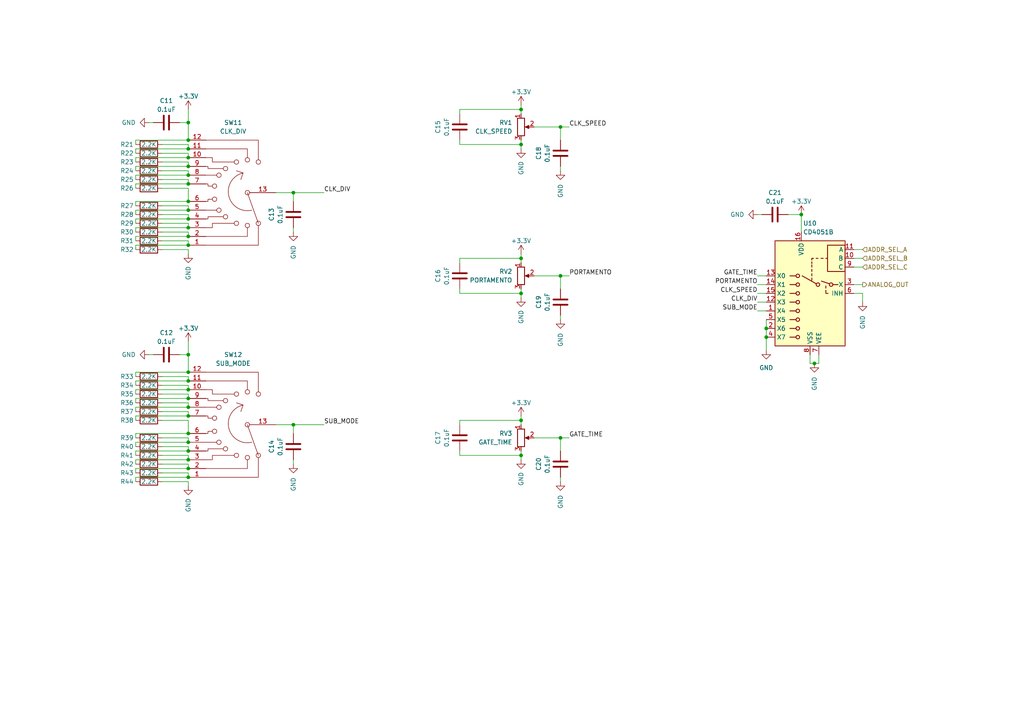
<source format=kicad_sch>
(kicad_sch (version 20211123) (generator eeschema)
  (paper "A4")
  (title_block (title "Analog Input") (rev "1"))
  (lib_symbols
    (symbol "Analog_Switch:CD4051B"
      (property "Reference" "U" (at -10.16 16.51 0))
      (property "Value" "CD4051B" (at 3.81 16.51 0))
      (symbol "CD4051B_0_1"
        (rectangle (start -10.16 6.35) (end -5.08 13.97) (stroke (width 0.254)))
        (rectangle (start -10.16 15.24) (end 10.16 -15.24) (stroke (width 0.254)) (fill (type background)))
        (circle (center -6.096 2.54) (radius 0.508) (stroke (width 0.254)))
        (circle (center -2.286 2.54) (radius 0.508) (stroke (width 0.254)))
        (polyline (pts (xy -8.128 2.54) (xy -6.604 2.54)) (stroke (width 0.254)))
        (polyline (pts (xy -5.588 2.794) (xy -3.302 3.556)) (stroke (width 0.254)))
        (polyline (pts (xy -4.572 0) (xy -5.207 0)) (stroke (width 0.254)))
        (polyline (pts (xy -4.572 0.254) (xy -4.572 0.889)) (stroke (width 0.254)))
        (polyline (pts (xy -4.572 1.524) (xy -4.572 2.159)) (stroke (width 0.254)))
        (polyline (pts (xy -4.572 10.16) (xy -5.08 10.16)) (stroke (width 0.254)))
        (polyline (pts (xy -3.81 10.16) (xy -3.175 10.16)) (stroke (width 0.254)))
        (polyline (pts (xy -1.778 2.794) (xy 2.286 5.08)) (stroke (width 0.254)))
        (polyline (pts (xy -1.778 10.16) (xy -2.286 10.16)) (stroke (width 0.254)))
        (polyline (pts (xy -0.508 3.81) (xy -0.508 4.445)) (stroke (width 0.254)))
        (polyline (pts (xy -0.508 5.08) (xy -0.508 5.715)) (stroke (width 0.254)))
        (polyline (pts (xy -0.508 6.35) (xy -0.508 6.985)) (stroke (width 0.254)))
        (polyline (pts (xy -0.508 7.62) (xy -0.508 8.255)) (stroke (width 0.254)))
        (polyline (pts (xy -0.508 8.636) (xy -0.508 9.144)) (stroke (width 0.254)))
        (polyline (pts (xy -0.508 9.652) (xy -0.508 10.16)) (stroke (width 0.254)))
        (polyline (pts (xy -0.508 10.16) (xy -1.016 10.16)) (stroke (width 0.254)))
        (polyline (pts (xy 4.064 -12.7) (xy 5.842 -12.7)) (stroke (width 0.254)))
        (polyline (pts (xy 4.064 -10.16) (xy 5.842 -10.16)) (stroke (width 0.254)))
        (polyline (pts (xy 4.064 -7.62) (xy 5.842 -7.62)) (stroke (width 0.254)))
        (polyline (pts (xy 4.064 -5.08) (xy 5.842 -5.08)) (stroke (width 0.254)))
        (polyline (pts (xy 4.064 -2.54) (xy 5.842 -2.54)) (stroke (width 0.254)))
        (polyline (pts (xy 4.064 0) (xy 5.842 0)) (stroke (width 0.254)))
        (polyline (pts (xy 4.064 2.54) (xy 5.842 2.54)) (stroke (width 0.254)))
        (polyline (pts (xy 4.064 5.08) (xy 5.842 5.08)) (stroke (width 0.254)))
        (circle (center 3.556 -12.7) (radius 0.508) (stroke (width 0.254)))
        (circle (center 3.556 -10.16) (radius 0.508) (stroke (width 0.254)))
        (circle (center 3.556 -7.62) (radius 0.508) (stroke (width 0.254)))
        (circle (center 3.556 -5.08) (radius 0.508) (stroke (width 0.254)))
        (circle (center 3.556 -2.54) (radius 0.508) (stroke (width 0.254)))
        (circle (center 3.556 0) (radius 0.508) (stroke (width 0.254)))
        (circle (center 3.556 2.54) (radius 0.508) (stroke (width 0.254)))
        (circle (center 3.556 5.08) (radius 0.508) (stroke (width 0.254)))
      )
      (symbol "CD4051B_1_1"
        (pin bidirectional line (at 12.7 -5.08 180) (length 2.54) (name "X4") (number "1"))
        (pin input line (at -12.7 10.16 0) (length 2.54) (name "B") (number "10"))
        (pin input line (at -12.7 12.7 0) (length 2.54) (name "A") (number "11"))
        (pin bidirectional line (at 12.7 -2.54 180) (length 2.54) (name "X3") (number "12"))
        (pin bidirectional line (at 12.7 5.08 180) (length 2.54) (name "X0") (number "13"))
        (pin bidirectional line (at 12.7 2.54 180) (length 2.54) (name "X1") (number "14"))
        (pin bidirectional line (at 12.7 0 180) (length 2.54) (name "X2") (number "15"))
        (pin power_in line (at 2.54 17.78 270) (length 2.54) (name "VDD") (number "16"))
        (pin bidirectional line (at 12.7 -10.16 180) (length 2.54) (name "X6") (number "2"))
        (pin bidirectional line (at -12.7 2.54 0) (length 2.54) (name "X") (number "3"))
        (pin bidirectional line (at 12.7 -12.7 180) (length 2.54) (name "X7") (number "4"))
        (pin bidirectional line (at 12.7 -7.62 180) (length 2.54) (name "X5") (number "5"))
        (pin input line (at -12.7 0 0) (length 2.54) (name "INH") (number "6"))
        (pin power_in line (at -2.54 -17.78 90) (length 2.54) (name "VEE") (number "7"))
        (pin power_in line (at 0 -17.78 90) (length 2.54) (name "VSS") (number "8"))
        (pin input line (at -12.7 7.62 0) (length 2.54) (name "C") (number "9"))
      )
    )
    (symbol "Device:C" (pin_numbers hide) (pin_names (offset 0.254))
      (property "Reference" "C" (at 0.635 2.54 0))
      (property "Value" "C" (at 0.635 -2.54 0))
      (symbol "C_0_1"
        (polyline (pts (xy -2.032 -0.762) (xy 2.032 -0.762)) (stroke (width 0.508)))
        (polyline (pts (xy -2.032 0.762) (xy 2.032 0.762)) (stroke (width 0.508)))
      )
      (symbol "C_1_1"
        (pin passive line (at 0 3.81 270) (length 2.794) (name "~") (number "1"))
        (pin passive line (at 0 -3.81 90) (length 2.794) (name "~") (number "2"))
      )
    )
    (symbol "Device:R" (pin_numbers hide) (pin_names (offset 0))
      (property "Reference" "R" (at 2.032 0 90))
      (property "Value" "R" (at 0 0 90))
      (symbol "R_0_1"
        (rectangle (start -1.016 -2.54) (end 1.016 2.54) (stroke (width 0.254)))
      )
      (symbol "R_1_1"
        (pin passive line (at 0 3.81 270) (length 1.27) (name "~") (number "1"))
        (pin passive line (at 0 -3.81 90) (length 1.27) (name "~") (number "2"))
      )
    )
    (symbol "Device:R_Potentiometer" (pin_names (offset 1.016) hide)
      (property "Reference" "RV" (at -4.445 0 90))
      (property "Value" "R_Potentiometer" (at -2.54 0 90))
      (symbol "R_Potentiometer_0_1"
        (polyline (pts (xy 2.54 0) (xy 1.524 0)))
        (polyline (pts (xy 1.143 0) (xy 2.286 0.508) (xy 2.286 -0.508) (xy 1.143 0)) (fill (type outline)))
        (rectangle (start 1.016 2.54) (end -1.016 -2.54) (stroke (width 0.254)))
      )
      (symbol "R_Potentiometer_1_1"
        (pin passive line (at 0 3.81 270) (length 1.27) (name "1") (number "1"))
        (pin passive line (at 3.81 0 180) (length 1.27) (name "2") (number "2"))
        (pin passive line (at 0 -3.81 90) (length 1.27) (name "3") (number "3"))
      )
    )
    (symbol "Switch:SW_Rotary12" (pin_names (offset 1.016) hide)
      (property "Reference" "SW" (at 0 17.78 0))
      (property "Value" "SW_Rotary12" (at 0 -17.78 0))
      (symbol "SW_Rotary12_0_0"
        (circle (center -10.16 -8.89) (radius 0.635))
        (circle (center -10.16 8.89) (radius 0.635))
        (circle (center -6.985 -9.525) (radius 0.635))
        (circle (center -6.985 0) (radius 0.635))
        (circle (center -6.985 9.525) (radius 0.635))
        (arc (start -5.715 -5.715) (mid -1.5995 0.937) (end -8.255 5.08))
        (circle (center -3.81 -8.89) (radius 0.635))
        (circle (center -3.81 8.89) (radius 0.635))
        (circle (center -0.635 -6.985) (radius 0.635))
        (circle (center -0.635 6.985) (radius 0.635))
        (polyline (pts (xy -6.985 0) (xy -10.16 8.89)))
        (polyline (pts (xy -5.715 -5.715) (xy -5.08 -3.81)))
        (polyline (pts (xy -5.715 -5.715) (xy -3.81 -6.35)))
        (polyline (pts (xy 1.905 -5.08) (xy 5.08 -5.08)))
        (polyline (pts (xy 1.905 5.08) (xy 5.08 5.08)))
        (polyline (pts (xy -10.16 -9.525) (xy -10.16 -15.24) (xy 5.08 -15.24)))
        (polyline (pts (xy -10.16 9.525) (xy -10.16 15.24) (xy 5.08 15.24)))
        (polyline (pts (xy -6.985 -10.16) (xy -6.985 -12.7) (xy 5.08 -12.7)))
        (polyline (pts (xy -6.985 10.16) (xy -6.985 12.7) (xy 5.08 12.7)))
        (polyline (pts (xy -3.175 -8.89) (xy 3.175 -8.89) (xy 3.175 -10.16) (xy 5.08 -10.16)))
        (polyline (pts (xy -3.175 8.89) (xy 3.175 8.89) (xy 3.175 10.16) (xy 5.08 10.16)))
        (polyline (pts (xy 0 -6.985) (xy 4.445 -6.985) (xy 4.445 -7.62) (xy 5.08 -7.62)))
        (polyline (pts (xy 0 6.985) (xy 4.445 6.985) (xy 4.445 7.62) (xy 5.08 7.62)))
        (polyline (pts (xy 3.175 -1.905) (xy 4.445 -1.905) (xy 4.445 -2.54) (xy 5.08 -2.54)))
        (polyline (pts (xy 3.175 1.905) (xy 4.445 1.905) (xy 4.445 2.54) (xy 5.08 2.54)))
        (circle (center 1.27 -5.08) (radius 0.635))
        (circle (center 1.27 5.08) (radius 0.635))
        (circle (center 2.54 -1.905) (radius 0.635))
        (circle (center 2.54 1.905) (radius 0.635))
      )
      (symbol "SW_Rotary12_0_1"
        (pin passive line (at 10.16 15.24 180) (length 5.08) (name "1") (number "1"))
        (pin passive line (at 10.16 -10.16 180) (length 5.08) (name "10") (number "10"))
        (pin passive line (at 10.16 -12.7 180) (length 5.08) (name "11") (number "11"))
        (pin passive line (at 10.16 -15.24 180) (length 5.08) (name "12") (number "12"))
        (pin passive line (at -15.24 0 0) (length 7.62) (name "13") (number "13"))
        (pin passive line (at 10.16 12.7 180) (length 5.08) (name "2") (number "2"))
        (pin passive line (at 10.16 10.16 180) (length 5.08) (name "3") (number "3"))
        (pin passive line (at 10.16 7.62 180) (length 5.08) (name "4") (number "4"))
        (pin passive line (at 10.16 5.08 180) (length 5.08) (name "5") (number "5"))
        (pin passive line (at 10.16 2.54 180) (length 5.08) (name "6") (number "6"))
        (pin passive line (at 10.16 -2.54 180) (length 5.08) (name "7") (number "7"))
        (pin passive line (at 10.16 -5.08 180) (length 5.08) (name "8") (number "8"))
        (pin passive line (at 10.16 -7.62 180) (length 5.08) (name "9") (number "9"))
      )
    )
    (symbol "power:+3.3V" (power) (pin_names (offset 0))
      (property "Value" "+3.3V" (at 0 3.556 0))
      (symbol "+3.3V_0_1"
        (polyline (pts (xy -0.762 1.27) (xy 0 2.54)))
        (polyline (pts (xy 0 0) (xy 0 2.54)))
        (polyline (pts (xy 0 2.54) (xy 0.762 1.27)))
      )
      (symbol "+3.3V_1_1"
        (pin power_in line (at 0 0 90) (length 0) hide (name "+3.3V") (number "1"))
      )
    )
    (symbol "power:GND" (power) (pin_names (offset 0))
      (property "Value" "GND" (at 0 -3.81 0))
      (symbol "GND_0_1"
        (polyline (pts (xy 0 0) (xy 0 -1.27) (xy 1.27 -1.27) (xy 0 -2.54) (xy -1.27 -1.27) (xy 0 -1.27)))
      )
      (symbol "GND_1_1"
        (pin power_in line (at 0 0 270) (length 0) hide (name "GND") (number "1"))
      )
    )
  )
  (junction (at 54.61 113.03))
  (junction (at 54.61 135.89))
  (junction (at 162.56 36.83))
  (junction (at 54.61 43.18))
  (junction (at 54.61 53.34))
  (junction (at 54.61 120.65))
  (junction (at 232.41 62.23))
  (junction (at 151.13 41.91))
  (junction (at 54.61 138.43))
  (junction (at 54.61 50.8))
  (junction (at 54.61 125.73))
  (junction (at 162.56 127))
  (junction (at 222.25 97.79))
  (junction (at 54.61 66.04))
  (junction (at 222.25 95.25))
  (junction (at 151.13 132.08))
  (junction (at 54.61 102.87))
  (junction (at 54.61 68.58))
  (junction (at 151.13 31.75))
  (junction (at 54.61 133.35))
  (junction (at 54.61 45.72))
  (junction (at 54.61 107.95))
  (junction (at 151.13 74.93))
  (junction (at 54.61 118.11))
  (junction (at 54.61 128.27))
  (junction (at 236.22 105.41))
  (junction (at 162.56 80.01))
  (junction (at 54.61 115.57))
  (junction (at 85.09 123.19))
  (junction (at 54.61 48.26))
  (junction (at 54.61 63.5))
  (junction (at 54.61 40.64))
  (junction (at 85.09 55.88))
  (junction (at 151.13 85.09))
  (junction (at 54.61 60.96))
  (junction (at 54.61 71.12))
  (junction (at 151.13 121.92))
  (junction (at 54.61 58.42))
  (junction (at 54.61 110.49))
  (junction (at 54.61 130.81))
  (junction (at 54.61 35.56))
  (wire (pts (xy 151.13 41.91) (xy 151.13 43.18)))
  (wire (pts (xy 151.13 31.75) (xy 151.13 33.02)))
  (wire (pts (xy 133.35 41.91) (xy 151.13 41.91)))
  (wire (pts (xy 54.61 133.35) (xy 39.37 133.35)))
  (wire (pts (xy 39.37 107.95) (xy 39.37 109.22)))
  (wire (pts (xy 46.99 69.85) (xy 54.61 69.85)))
  (wire (pts (xy 54.61 49.53) (xy 54.61 50.8)))
  (wire (pts (xy 247.65 82.55) (xy 250.19 82.55)))
  (wire (pts (xy 46.99 116.84) (xy 54.61 116.84)))
  (wire (pts (xy 222.25 97.79) (xy 222.25 101.6)))
  (wire (pts (xy 54.61 43.18) (xy 39.37 43.18)))
  (wire (pts (xy 54.61 66.04) (xy 39.37 66.04)))
  (wire (pts (xy 162.56 83.82) (xy 162.56 80.01)))
  (wire (pts (xy 151.13 74.93) (xy 151.13 76.2)))
  (wire (pts (xy 151.13 121.92) (xy 151.13 123.19)))
  (wire (pts (xy 39.37 113.03) (xy 39.37 114.3)))
  (wire (pts (xy 54.61 137.16) (xy 54.61 138.43)))
  (wire (pts (xy 46.99 119.38) (xy 54.61 119.38)))
  (wire (pts (xy 46.99 132.08) (xy 54.61 132.08)))
  (wire (pts (xy 54.61 116.84) (xy 54.61 118.11)))
  (wire (pts (xy 222.25 92.71) (xy 222.25 95.25)))
  (wire (pts (xy 39.37 66.04) (xy 39.37 67.31)))
  (wire (pts (xy 54.61 64.77) (xy 54.61 66.04)))
  (wire (pts (xy 46.99 52.07) (xy 54.61 52.07)))
  (wire (pts (xy 54.61 35.56) (xy 54.61 40.64)))
  (wire (pts (xy 219.71 80.01) (xy 222.25 80.01)))
  (wire (pts (xy 219.71 62.23) (xy 220.98 62.23)))
  (wire (pts (xy 52.07 35.56) (xy 54.61 35.56)))
  (wire (pts (xy 39.37 68.58) (xy 39.37 69.85)))
  (wire (pts (xy 162.56 139.7) (xy 162.56 138.43)))
  (wire (pts (xy 46.99 46.99) (xy 54.61 46.99)))
  (wire (pts (xy 162.56 40.64) (xy 162.56 36.83)))
  (wire (pts (xy 46.99 121.92) (xy 54.61 121.92)))
  (wire (pts (xy 54.61 118.11) (xy 39.37 118.11)))
  (wire (pts (xy 46.99 111.76) (xy 54.61 111.76)))
  (wire (pts (xy 39.37 125.73) (xy 39.37 127)))
  (wire (pts (xy 46.99 49.53) (xy 54.61 49.53)))
  (wire (pts (xy 247.65 72.39) (xy 250.19 72.39)))
  (wire (pts (xy 39.37 133.35) (xy 39.37 134.62)))
  (wire (pts (xy 46.99 67.31) (xy 54.61 67.31)))
  (wire (pts (xy 54.61 45.72) (xy 39.37 45.72)))
  (wire (pts (xy 162.56 127) (xy 165.1 127)))
  (wire (pts (xy 151.13 73.66) (xy 151.13 74.93)))
  (wire (pts (xy 46.99 129.54) (xy 54.61 129.54)))
  (wire (pts (xy 219.71 82.55) (xy 222.25 82.55)))
  (wire (pts (xy 39.37 71.12) (xy 39.37 72.39)))
  (wire (pts (xy 151.13 120.65) (xy 151.13 121.92)))
  (wire (pts (xy 54.61 130.81) (xy 39.37 130.81)))
  (wire (pts (xy 39.37 135.89) (xy 39.37 137.16)))
  (wire (pts (xy 54.61 67.31) (xy 54.61 68.58)))
  (wire (pts (xy 39.37 118.11) (xy 39.37 119.38)))
  (wire (pts (xy 39.37 58.42) (xy 39.37 59.69)))
  (wire (pts (xy 85.09 55.88) (xy 85.09 58.42)))
  (wire (pts (xy 154.94 36.83) (xy 162.56 36.83)))
  (wire (pts (xy 46.99 109.22) (xy 54.61 109.22)))
  (wire (pts (xy 151.13 130.81) (xy 151.13 132.08)))
  (wire (pts (xy 39.37 107.95) (xy 54.61 107.95)))
  (wire (pts (xy 162.56 36.83) (xy 165.1 36.83)))
  (wire (pts (xy 54.61 54.61) (xy 54.61 58.42)))
  (wire (pts (xy 237.49 105.41) (xy 237.49 102.87)))
  (wire (pts (xy 219.71 85.09) (xy 222.25 85.09)))
  (wire (pts (xy 54.61 50.8) (xy 39.37 50.8)))
  (wire (pts (xy 54.61 128.27) (xy 39.37 128.27)))
  (wire (pts (xy 54.61 62.23) (xy 54.61 63.5)))
  (wire (pts (xy 52.07 102.87) (xy 54.61 102.87)))
  (wire (pts (xy 54.61 121.92) (xy 54.61 125.73)))
  (wire (pts (xy 54.61 111.76) (xy 54.61 113.03)))
  (wire (pts (xy 39.37 48.26) (xy 39.37 49.53)))
  (wire (pts (xy 39.37 40.64) (xy 54.61 40.64)))
  (wire (pts (xy 39.37 115.57) (xy 39.37 116.84)))
  (wire (pts (xy 162.56 49.53) (xy 162.56 48.26)))
  (wire (pts (xy 133.35 85.09) (xy 151.13 85.09)))
  (wire (pts (xy 54.61 110.49) (xy 39.37 110.49)))
  (wire (pts (xy 54.61 109.22) (xy 54.61 110.49)))
  (wire (pts (xy 247.65 85.09) (xy 250.19 85.09)))
  (wire (pts (xy 133.35 31.75) (xy 151.13 31.75)))
  (wire (pts (xy 46.99 62.23) (xy 54.61 62.23)))
  (wire (pts (xy 85.09 67.31) (xy 85.09 66.04)))
  (wire (pts (xy 133.35 132.08) (xy 151.13 132.08)))
  (wire (pts (xy 54.61 60.96) (xy 39.37 60.96)))
  (wire (pts (xy 54.61 114.3) (xy 54.61 115.57)))
  (wire (pts (xy 151.13 85.09) (xy 151.13 86.36)))
  (wire (pts (xy 133.35 121.92) (xy 151.13 121.92)))
  (wire (pts (xy 39.37 50.8) (xy 39.37 52.07)))
  (wire (pts (xy 133.35 74.93) (xy 151.13 74.93)))
  (wire (pts (xy 54.61 69.85) (xy 54.61 71.12)))
  (wire (pts (xy 54.61 48.26) (xy 39.37 48.26)))
  (wire (pts (xy 39.37 120.65) (xy 39.37 121.92)))
  (wire (pts (xy 39.37 138.43) (xy 39.37 139.7)))
  (wire (pts (xy 80.01 123.19) (xy 85.09 123.19)))
  (wire (pts (xy 54.61 113.03) (xy 39.37 113.03)))
  (wire (pts (xy 250.19 85.09) (xy 250.19 87.63)))
  (wire (pts (xy 232.41 62.23) (xy 232.41 67.31)))
  (wire (pts (xy 133.35 83.82) (xy 133.35 85.09)))
  (wire (pts (xy 39.37 130.81) (xy 39.37 132.08)))
  (wire (pts (xy 219.71 90.17) (xy 222.25 90.17)))
  (wire (pts (xy 234.95 102.87) (xy 234.95 105.41)))
  (wire (pts (xy 54.61 53.34) (xy 39.37 53.34)))
  (wire (pts (xy 54.61 52.07) (xy 54.61 53.34)))
  (wire (pts (xy 54.61 120.65) (xy 39.37 120.65)))
  (wire (pts (xy 236.22 105.41) (xy 237.49 105.41)))
  (wire (pts (xy 54.61 139.7) (xy 54.61 140.97)))
  (wire (pts (xy 39.37 63.5) (xy 39.37 64.77)))
  (wire (pts (xy 54.61 46.99) (xy 54.61 48.26)))
  (wire (pts (xy 46.99 127) (xy 54.61 127)))
  (wire (pts (xy 54.61 127) (xy 54.61 128.27)))
  (wire (pts (xy 151.13 30.48) (xy 151.13 31.75)))
  (wire (pts (xy 54.61 63.5) (xy 39.37 63.5)))
  (wire (pts (xy 154.94 127) (xy 162.56 127)))
  (wire (pts (xy 162.56 80.01) (xy 165.1 80.01)))
  (wire (pts (xy 54.61 138.43) (xy 39.37 138.43)))
  (wire (pts (xy 46.99 139.7) (xy 54.61 139.7)))
  (wire (pts (xy 54.61 59.69) (xy 54.61 60.96)))
  (wire (pts (xy 54.61 102.87) (xy 54.61 107.95)))
  (wire (pts (xy 46.99 134.62) (xy 54.61 134.62)))
  (wire (pts (xy 85.09 123.19) (xy 93.98 123.19)))
  (wire (pts (xy 222.25 95.25) (xy 222.25 97.79)))
  (wire (pts (xy 39.37 43.18) (xy 39.37 44.45)))
  (wire (pts (xy 133.35 40.64) (xy 133.35 41.91)))
  (wire (pts (xy 46.99 59.69) (xy 54.61 59.69)))
  (wire (pts (xy 151.13 132.08) (xy 151.13 133.35)))
  (wire (pts (xy 54.61 129.54) (xy 54.61 130.81)))
  (wire (pts (xy 46.99 64.77) (xy 54.61 64.77)))
  (wire (pts (xy 133.35 130.81) (xy 133.35 132.08)))
  (wire (pts (xy 151.13 83.82) (xy 151.13 85.09)))
  (wire (pts (xy 54.61 99.06) (xy 54.61 102.87)))
  (wire (pts (xy 39.37 53.34) (xy 39.37 54.61)))
  (wire (pts (xy 39.37 128.27) (xy 39.37 129.54)))
  (wire (pts (xy 85.09 55.88) (xy 93.98 55.88)))
  (wire (pts (xy 54.61 115.57) (xy 39.37 115.57)))
  (wire (pts (xy 154.94 80.01) (xy 162.56 80.01)))
  (wire (pts (xy 46.99 137.16) (xy 54.61 137.16)))
  (wire (pts (xy 54.61 44.45) (xy 54.61 45.72)))
  (wire (pts (xy 54.61 41.91) (xy 54.61 43.18)))
  (wire (pts (xy 247.65 77.47) (xy 250.19 77.47)))
  (wire (pts (xy 46.99 44.45) (xy 54.61 44.45)))
  (wire (pts (xy 133.35 33.02) (xy 133.35 31.75)))
  (wire (pts (xy 54.61 119.38) (xy 54.61 120.65)))
  (wire (pts (xy 46.99 72.39) (xy 54.61 72.39)))
  (wire (pts (xy 54.61 71.12) (xy 39.37 71.12)))
  (wire (pts (xy 162.56 92.71) (xy 162.56 91.44)))
  (wire (pts (xy 54.61 72.39) (xy 54.61 73.66)))
  (wire (pts (xy 219.71 87.63) (xy 222.25 87.63)))
  (wire (pts (xy 247.65 74.93) (xy 250.19 74.93)))
  (wire (pts (xy 85.09 123.19) (xy 85.09 125.73)))
  (wire (pts (xy 39.37 45.72) (xy 39.37 46.99)))
  (wire (pts (xy 80.01 55.88) (xy 85.09 55.88)))
  (wire (pts (xy 39.37 110.49) (xy 39.37 111.76)))
  (wire (pts (xy 54.61 125.73) (xy 39.37 125.73)))
  (wire (pts (xy 228.6 62.23) (xy 232.41 62.23)))
  (wire (pts (xy 54.61 132.08) (xy 54.61 133.35)))
  (wire (pts (xy 46.99 54.61) (xy 54.61 54.61)))
  (wire (pts (xy 39.37 40.64) (xy 39.37 41.91)))
  (wire (pts (xy 54.61 58.42) (xy 39.37 58.42)))
  (wire (pts (xy 43.18 35.56) (xy 44.45 35.56)))
  (wire (pts (xy 46.99 41.91) (xy 54.61 41.91)))
  (wire (pts (xy 162.56 130.81) (xy 162.56 127)))
  (wire (pts (xy 133.35 123.19) (xy 133.35 121.92)))
  (wire (pts (xy 234.95 105.41) (xy 236.22 105.41)))
  (wire (pts (xy 85.09 134.62) (xy 85.09 133.35)))
  (wire (pts (xy 54.61 135.89) (xy 39.37 135.89)))
  (wire (pts (xy 54.61 31.75) (xy 54.61 35.56)))
  (wire (pts (xy 43.18 102.87) (xy 44.45 102.87)))
  (wire (pts (xy 133.35 76.2) (xy 133.35 74.93)))
  (wire (pts (xy 46.99 114.3) (xy 54.61 114.3)))
  (wire (pts (xy 151.13 40.64) (xy 151.13 41.91)))
  (wire (pts (xy 54.61 134.62) (xy 54.61 135.89)))
  (wire (pts (xy 39.37 60.96) (xy 39.37 62.23)))
  (wire (pts (xy 54.61 68.58) (xy 39.37 68.58)))
  (label "PORTAMENTO" (at 219.71 82.55 180))
  (label "PORTAMENTO" (at 165.1 80.01 0))
  (label "CLK_DIV" (at 93.98 55.88 0))
  (label "SUB_MODE" (at 93.98 123.19 0))
  (label "GATE_TIME" (at 219.71 80.01 180))
  (label "CLK_DIV" (at 219.71 87.63 180))
  (label "SUB_MODE" (at 219.71 90.17 180))
  (label "GATE_TIME" (at 165.1 127 0))
  (label "CLK_SPEED" (at 165.1 36.83 0))
  (label "CLK_SPEED" (at 219.71 85.09 180))
  (hierarchical_label "ANALOG_OUT" (shape output) (at 250.19 82.55 0))
  (hierarchical_label "ADDR_SEL_A" (shape input) (at 250.19 72.39 0))
  (hierarchical_label "ADDR_SEL_C" (shape input) (at 250.19 77.47 0))
  (hierarchical_label "ADDR_SEL_B" (shape input) (at 250.19 74.93 0))
  (symbol (lib_id "Device:R") (at 43.18 127 90) (unit 1)
    (property "Reference" "R39" (at 36.83 127 90))
    (property "Value" "2.2K" (at 43.18 127 90))
    (property "Footprint" "Royal_Ohm_Resistors:R_Axial_DIN0207_L6.8mm_D2.5mm_P10.16mm_Horizontal" (effects hide))
    (property "Supplier" "Tayda" (effects hide))
    (property "Manufacturer" "Royal Ohm" (effects hide))
    (property "Manufacturer Part No." "MF0W4FF2201A50" (effects hide))
    (property "Supplier Part No." "A-2341" (effects hide))
  )
  (symbol (lib_id "Device:R") (at 43.18 134.62 90) (unit 1)
    (property "Reference" "R42" (at 36.83 134.62 90))
    (property "Value" "2.2K" (at 43.18 134.62 90))
    (property "Footprint" "Royal_Ohm_Resistors:R_Axial_DIN0207_L6.8mm_D2.5mm_P10.16mm_Horizontal" (effects hide))
    (property "Supplier" "Tayda" (effects hide))
    (property "Manufacturer" "Royal Ohm" (effects hide))
    (property "Manufacturer Part No." "MF0W4FF2201A50" (effects hide))
    (property "Supplier Part No." "A-2341" (effects hide))
  )
  (symbol (lib_id "Device:C") (at 224.79 62.23 90) (unit 1)
    (property "Reference" "C21" (at 224.79 55.88 90))
    (property "Value" "0.1uF" (at 224.79 58.42 90))
    (property "Footprint" "AEC_Capacitors:C_Disc_D5.0mm_W2.5mm_P3.0mm" (effects hide))
    (property "Supplier" "Tayda" (effects hide))
    (property "Manufacturer" "AEC" (effects hide))
    (property "Manufacturer Part No." "0.1uF 50V Ceramic Disc Capacitor" (effects hide))
    (property "Supplier Part No." "A-4008" (effects hide))
    (property "Notes" "Ceramic" (effects hide))
  )
  (symbol (lib_id "Device:R") (at 43.18 59.69 90) (unit 1)
    (property "Reference" "R27" (at 36.83 59.69 90))
    (property "Value" "2.2K" (at 43.18 59.69 90))
    (property "Footprint" "Royal_Ohm_Resistors:R_Axial_DIN0207_L6.8mm_D2.5mm_P10.16mm_Horizontal" (effects hide))
    (property "Supplier" "Tayda" (effects hide))
    (property "Manufacturer" "Royal Ohm" (effects hide))
    (property "Manufacturer Part No." "MF0W4FF2201A50" (effects hide))
    (property "Supplier Part No." "A-2341" (effects hide))
  )
  (symbol (lib_id "Device:C") (at 133.35 127 180) (unit 1)
    (property "Reference" "C17" (at 127 127 90))
    (property "Value" "0.1uF" (at 129.54 127 90))
    (property "Footprint" "AEC_Capacitors:C_Disc_D5.0mm_W2.5mm_P3.0mm" (effects hide))
    (property "Supplier" "Tayda" (effects hide))
    (property "Manufacturer" "AEC" (effects hide))
    (property "Manufacturer Part No." "0.1uF 50V Ceramic Disc Capacitor" (effects hide))
    (property "Supplier Part No." "A-4008" (effects hide))
    (property "Notes" "Ceramic" (effects hide))
  )
  (symbol (lib_id "power:+3.3V") (at 151.13 120.65 0) (unit 1)
    (property "Reference" "#PWR072" (effects hide))
    (property "Value" "+3.3V" (at 151.13 116.84 0))
  )
  (symbol (lib_id "power:GND") (at 43.18 102.87 270) (unit 1)
    (property "Reference" "#PWR061" (effects hide))
    (property "Value" "GND" (at 39.37 102.8699 90) (effects (justify right)))
  )
  (symbol (lib_id "Device:R") (at 43.18 129.54 90) (unit 1)
    (property "Reference" "R40" (at 36.83 129.54 90))
    (property "Value" "2.2K" (at 43.18 129.54 90))
    (property "Footprint" "Royal_Ohm_Resistors:R_Axial_DIN0207_L6.8mm_D2.5mm_P10.16mm_Horizontal" (effects hide))
    (property "Supplier" "Tayda" (effects hide))
    (property "Manufacturer" "Royal Ohm" (effects hide))
    (property "Manufacturer Part No." "MF0W4FF2201A50" (effects hide))
    (property "Supplier Part No." "A-2341" (effects hide))
  )
  (symbol (lib_id "Device:R") (at 43.18 62.23 90) (unit 1)
    (property "Reference" "R28" (at 36.83 62.23 90))
    (property "Value" "2.2K" (at 43.18 62.23 90))
    (property "Footprint" "Royal_Ohm_Resistors:R_Axial_DIN0207_L6.8mm_D2.5mm_P10.16mm_Horizontal" (effects hide))
    (property "Supplier" "Tayda" (effects hide))
    (property "Manufacturer" "Royal Ohm" (effects hide))
    (property "Manufacturer Part No." "MF0W4FF2201A50" (effects hide))
    (property "Supplier Part No." "A-2341" (effects hide))
  )
  (symbol (lib_id "power:GND") (at 162.56 139.7 0) (unit 1)
    (property "Reference" "#PWR076" (effects hide))
    (property "Value" "GND" (at 162.5599 143.51 90) (effects (justify right)))
  )
  (symbol (lib_id "Device:C") (at 162.56 134.62 180) (unit 1)
    (property "Reference" "C20" (at 156.21 134.62 90))
    (property "Value" "0.1uF" (at 158.75 134.62 90))
    (property "Footprint" "AEC_Capacitors:C_Disc_D5.0mm_W2.5mm_P3.0mm" (effects hide))
    (property "Supplier" "Tayda" (effects hide))
    (property "Manufacturer" "AEC" (effects hide))
    (property "Manufacturer Part No." "0.1uF 50V Ceramic Disc Capacitor" (effects hide))
    (property "Supplier Part No." "A-4008" (effects hide))
    (property "Notes" "Ceramic" (effects hide))
  )
  (symbol (lib_id "power:GND") (at 151.13 86.36 0) (unit 1)
    (property "Reference" "#PWR071" (effects hide))
    (property "Value" "GND" (at 151.13 93.98 90) (effects (justify left)))
  )
  (symbol (lib_id "Device:C") (at 85.09 129.54 180) (unit 1)
    (property "Reference" "C14" (at 78.74 129.54 90))
    (property "Value" "0.1uF" (at 81.28 129.54 90))
    (property "Footprint" "AEC_Capacitors:C_Disc_D5.0mm_W2.5mm_P3.0mm" (effects hide))
    (property "Supplier" "Tayda" (effects hide))
    (property "Manufacturer" "AEC" (effects hide))
    (property "Manufacturer Part No." "0.1uF 50V Ceramic Disc Capacitor" (effects hide))
    (property "Supplier Part No." "A-4008" (effects hide))
    (property "Notes" "Ceramic" (effects hide))
  )
  (symbol (lib_id "Device:C") (at 48.26 35.56 90) (unit 1)
    (property "Reference" "C11" (at 48.26 29.21 90))
    (property "Value" "0.1uF" (at 48.26 31.75 90))
    (property "Footprint" "AEC_Capacitors:C_Disc_D5.0mm_W2.5mm_P3.0mm" (effects hide))
    (property "Supplier" "Tayda" (effects hide))
    (property "Manufacturer" "AEC" (effects hide))
    (property "Manufacturer Part No." "0.1uF 50V Ceramic Disc Capacitor" (effects hide))
    (property "Supplier Part No." "A-4008" (effects hide))
    (property "Notes" "Ceramic" (effects hide))
  )
  (symbol (lib_id "power:GND") (at 85.09 67.31 0) (unit 1)
    (property "Reference" "#PWR066" (effects hide))
    (property "Value" "GND" (at 85.0899 71.12 90) (effects (justify right)))
  )
  (symbol (lib_id "power:+3.3V") (at 54.61 31.75 0) (unit 1)
    (property "Reference" "#PWR062" (effects hide))
    (property "Value" "+3.3V" (at 54.61 27.94 0))
  )
  (symbol (lib_id "power:+3.3V") (at 151.13 30.48 0) (unit 1)
    (property "Reference" "#PWR068" (effects hide))
    (property "Value" "+3.3V" (at 151.13 26.67 0))
  )
  (symbol (lib_id "Analog_Switch:CD4051B") (at 234.95 85.09 0) (mirror y) (unit 1)
    (property "Reference" "U10" (at 232.9306 64.77 0) (effects (justify right)))
    (property "Value" "CD4051B" (at 232.9306 67.31 0) (effects (justify right)))
    (property "Footprint" "Package_DIP:DIP-16_W7.62mm_Socket" (effects hide))
    (property "Datasheet" "http://www.ti.com/lit/ds/symlink/cd4052b.pdf" (effects hide))
    (property "Supplier" "Tayda" (effects hide))
    (property "Manufacturer" "VARIOUS" (effects hide))
    (property "Manufacturer Part No." "CD4051BE" (effects hide))
    (property "Supplier Part No." "A-495" (effects hide))
  )
  (symbol (lib_id "power:+3.3V") (at 54.61 99.06 0) (unit 1)
    (property "Reference" "#PWR064" (effects hide))
    (property "Value" "+3.3V" (at 54.61 95.25 0))
  )
  (symbol (lib_id "Device:R") (at 43.18 67.31 90) (unit 1)
    (property "Reference" "R30" (at 36.83 67.31 90))
    (property "Value" "2.2K" (at 43.18 67.31 90))
    (property "Footprint" "Royal_Ohm_Resistors:R_Axial_DIN0207_L6.8mm_D2.5mm_P10.16mm_Horizontal" (effects hide))
    (property "Supplier" "Tayda" (effects hide))
    (property "Manufacturer" "Royal Ohm" (effects hide))
    (property "Manufacturer Part No." "MF0W4FF2201A50" (effects hide))
    (property "Supplier Part No." "A-2341" (effects hide))
  )
  (symbol (lib_id "power:+3.3V") (at 232.41 62.23 0) (unit 1)
    (property "Reference" "#PWR079" (effects hide))
    (property "Value" "+3.3V" (at 232.41 58.42 0))
  )
  (symbol (lib_id "power:GND") (at 236.22 105.41 0) (unit 1)
    (property "Reference" "#PWR080" (effects hide))
    (property "Value" "GND" (at 236.2199 109.22 90) (effects (justify right)))
  )
  (symbol (lib_id "power:GND") (at 151.13 43.18 0) (unit 1)
    (property "Reference" "#PWR069" (effects hide))
    (property "Value" "GND" (at 151.13 50.8 90) (effects (justify left)))
  )
  (symbol (lib_id "Device:R") (at 43.18 46.99 90) (unit 1)
    (property "Reference" "R23" (at 36.83 46.99 90))
    (property "Value" "2.2K" (at 43.18 46.99 90))
    (property "Footprint" "Royal_Ohm_Resistors:R_Axial_DIN0207_L6.8mm_D2.5mm_P10.16mm_Horizontal" (effects hide))
    (property "Supplier" "Tayda" (effects hide))
    (property "Manufacturer" "Royal Ohm" (effects hide))
    (property "Manufacturer Part No." "MF0W4FF2201A50" (effects hide))
    (property "Supplier Part No." "A-2341" (effects hide))
  )
  (symbol (lib_id "Switch:SW_Rotary12") (at 64.77 123.19 180) (unit 1)
    (property "Reference" "SW12" (at 67.6275 102.87 0))
    (property "Value" "SUB_MODE" (at 67.6275 105.41 0))
    (property "Footprint" "Keyboard:Sub_Mode_Switch" (effects hide))
    (property "Datasheet" "http://cdn-reichelt.de/documents/datenblatt/C200/DS-Serie%23LOR.pdf" (effects hide))
    (property "Manufacturer" "Alpha" (effects hide))
    (property "Manufacturer Part No." "SR2612F-0112-38F5B-D8-S " (effects hide))
    (property "Supplier" "Mouser" (effects hide))
    (property "Supplier Part No." "105-SR2612F-12-38S " (effects hide))
  )
  (symbol (lib_id "Device:C") (at 162.56 44.45 180) (unit 1)
    (property "Reference" "C18" (at 156.21 44.45 90))
    (property "Value" "0.1uF" (at 158.75 44.45 90))
    (property "Footprint" "AEC_Capacitors:C_Disc_D5.0mm_W2.5mm_P3.0mm" (effects hide))
    (property "Supplier" "Tayda" (effects hide))
    (property "Manufacturer" "AEC" (effects hide))
    (property "Manufacturer Part No." "0.1uF 50V Ceramic Disc Capacitor" (effects hide))
    (property "Supplier Part No." "A-4008" (effects hide))
    (property "Notes" "Ceramic" (effects hide))
  )
  (symbol (lib_id "Device:R") (at 43.18 121.92 90) (unit 1)
    (property "Reference" "R38" (at 36.83 121.92 90))
    (property "Value" "2.2K" (at 43.18 121.92 90))
    (property "Footprint" "Royal_Ohm_Resistors:R_Axial_DIN0207_L6.8mm_D2.5mm_P10.16mm_Horizontal" (effects hide))
    (property "Supplier" "Tayda" (effects hide))
    (property "Manufacturer" "Royal Ohm" (effects hide))
    (property "Manufacturer Part No." "MF0W4FF2201A50" (effects hide))
    (property "Supplier Part No." "A-2341" (effects hide))
  )
  (symbol (lib_id "Switch:SW_Rotary12") (at 64.77 55.88 180) (unit 1)
    (property "Reference" "SW11" (at 67.6275 35.56 0))
    (property "Value" "CLK_DIV" (at 67.6275 38.1 0))
    (property "Footprint" "Keyboard:Clock_Div_Switch" (effects hide))
    (property "Datasheet" "http://cdn-reichelt.de/documents/datenblatt/C200/DS-Serie%23LOR.pdf" (effects hide))
    (property "Manufacturer" "Alpha" (effects hide))
    (property "Manufacturer Part No." "SR2612F-0112-38F5B-D8-S " (effects hide))
    (property "Supplier" "Mouser" (effects hide))
    (property "Supplier Part No." "105-SR2612F-12-38S " (effects hide))
  )
  (symbol (lib_id "power:GND") (at 54.61 140.97 0) (unit 1)
    (property "Reference" "#PWR065" (effects hide))
    (property "Value" "GND" (at 54.61 148.59 90) (effects (justify left)))
  )
  (symbol (lib_id "power:GND") (at 54.61 73.66 0) (unit 1)
    (property "Reference" "#PWR063" (effects hide))
    (property "Value" "GND" (at 54.61 81.28 90) (effects (justify left)))
  )
  (symbol (lib_id "power:GND") (at 222.25 101.6 0) (unit 1)
    (property "Reference" "#PWR078" (effects hide))
    (property "Value" "GND" (at 222.25 106.68 0))
  )
  (symbol (lib_id "Device:R") (at 43.18 54.61 90) (unit 1)
    (property "Reference" "R26" (at 36.83 54.61 90))
    (property "Value" "2.2K" (at 43.18 54.61 90))
    (property "Footprint" "Royal_Ohm_Resistors:R_Axial_DIN0207_L6.8mm_D2.5mm_P10.16mm_Horizontal" (effects hide))
    (property "Supplier" "Tayda" (effects hide))
    (property "Manufacturer" "Royal Ohm" (effects hide))
    (property "Manufacturer Part No." "MF0W4FF2201A50" (effects hide))
    (property "Supplier Part No." "A-2341" (effects hide))
  )
  (symbol (lib_id "Device:R") (at 43.18 111.76 90) (unit 1)
    (property "Reference" "R34" (at 36.83 111.76 90))
    (property "Value" "2.2K" (at 43.18 111.76 90))
    (property "Footprint" "Royal_Ohm_Resistors:R_Axial_DIN0207_L6.8mm_D2.5mm_P10.16mm_Horizontal" (effects hide))
    (property "Supplier" "Tayda" (effects hide))
    (property "Manufacturer" "Royal Ohm" (effects hide))
    (property "Manufacturer Part No." "MF0W4FF2201A50" (effects hide))
    (property "Supplier Part No." "A-2341" (effects hide))
  )
  (symbol (lib_id "Device:C") (at 133.35 36.83 180) (unit 1)
    (property "Reference" "C15" (at 127 36.83 90))
    (property "Value" "0.1uF" (at 129.54 36.83 90))
    (property "Footprint" "AEC_Capacitors:C_Disc_D5.0mm_W2.5mm_P3.0mm" (effects hide))
    (property "Supplier" "Tayda" (effects hide))
    (property "Manufacturer" "AEC" (effects hide))
    (property "Manufacturer Part No." "0.1uF 50V Ceramic Disc Capacitor" (effects hide))
    (property "Supplier Part No." "A-4008" (effects hide))
    (property "Notes" "Ceramic" (effects hide))
  )
  (symbol (lib_id "Device:R") (at 43.18 41.91 90) (unit 1)
    (property "Reference" "R21" (at 36.83 41.91 90))
    (property "Value" "2.2K" (at 43.18 41.91 90))
    (property "Footprint" "Royal_Ohm_Resistors:R_Axial_DIN0207_L6.8mm_D2.5mm_P10.16mm_Horizontal" (effects hide))
    (property "Supplier" "Tayda" (effects hide))
    (property "Manufacturer" "Royal Ohm" (effects hide))
    (property "Manufacturer Part No." "MF0W4FF2201A50" (effects hide))
    (property "Supplier Part No." "A-2341" (effects hide))
  )
  (symbol (lib_id "Device:C") (at 162.56 87.63 180) (unit 1)
    (property "Reference" "C19" (at 156.21 87.63 90))
    (property "Value" "0.1uF" (at 158.75 87.63 90))
    (property "Footprint" "AEC_Capacitors:C_Disc_D5.0mm_W2.5mm_P3.0mm" (effects hide))
    (property "Supplier" "Tayda" (effects hide))
    (property "Manufacturer" "AEC" (effects hide))
    (property "Manufacturer Part No." "0.1uF 50V Ceramic Disc Capacitor" (effects hide))
    (property "Supplier Part No." "A-4008" (effects hide))
    (property "Notes" "Ceramic" (effects hide))
  )
  (symbol (lib_id "Device:R") (at 43.18 52.07 90) (unit 1)
    (property "Reference" "R25" (at 36.83 52.07 90))
    (property "Value" "2.2K" (at 43.18 52.07 90))
    (property "Footprint" "Royal_Ohm_Resistors:R_Axial_DIN0207_L6.8mm_D2.5mm_P10.16mm_Horizontal" (effects hide))
    (property "Supplier" "Tayda" (effects hide))
    (property "Manufacturer" "Royal Ohm" (effects hide))
    (property "Manufacturer Part No." "MF0W4FF2201A50" (effects hide))
    (property "Supplier Part No." "A-2341" (effects hide))
  )
  (symbol (lib_id "Device:C") (at 48.26 102.87 90) (unit 1)
    (property "Reference" "C12" (at 48.26 96.52 90))
    (property "Value" "0.1uF" (at 48.26 99.06 90))
    (property "Footprint" "AEC_Capacitors:C_Disc_D5.0mm_W2.5mm_P3.0mm" (effects hide))
    (property "Supplier" "Tayda" (effects hide))
    (property "Manufacturer" "AEC" (effects hide))
    (property "Manufacturer Part No." "0.1uF 50V Ceramic Disc Capacitor" (effects hide))
    (property "Supplier Part No." "A-4008" (effects hide))
    (property "Notes" "Ceramic" (effects hide))
  )
  (symbol (lib_id "power:GND") (at 162.56 92.71 0) (unit 1)
    (property "Reference" "#PWR075" (effects hide))
    (property "Value" "GND" (at 162.5599 96.52 90) (effects (justify right)))
  )
  (symbol (lib_id "Device:R") (at 43.18 139.7 90) (unit 1)
    (property "Reference" "R44" (at 36.83 139.7 90))
    (property "Value" "2.2K" (at 43.18 139.7 90))
    (property "Footprint" "Royal_Ohm_Resistors:R_Axial_DIN0207_L6.8mm_D2.5mm_P10.16mm_Horizontal" (effects hide))
    (property "Supplier" "Tayda" (effects hide))
    (property "Manufacturer" "Royal Ohm" (effects hide))
    (property "Manufacturer Part No." "MF0W4FF2201A50" (effects hide))
    (property "Supplier Part No." "A-2341" (effects hide))
  )
  (symbol (lib_id "Device:R") (at 43.18 137.16 90) (unit 1)
    (property "Reference" "R43" (at 36.83 137.16 90))
    (property "Value" "2.2K" (at 43.18 137.16 90))
    (property "Footprint" "Royal_Ohm_Resistors:R_Axial_DIN0207_L6.8mm_D2.5mm_P10.16mm_Horizontal" (effects hide))
    (property "Supplier" "Tayda" (effects hide))
    (property "Manufacturer" "Royal Ohm" (effects hide))
    (property "Manufacturer Part No." "MF0W4FF2201A50" (effects hide))
    (property "Supplier Part No." "A-2341" (effects hide))
  )
  (symbol (lib_id "Device:R") (at 43.18 119.38 90) (unit 1)
    (property "Reference" "R37" (at 36.83 119.38 90))
    (property "Value" "2.2K" (at 43.18 119.38 90))
    (property "Footprint" "Royal_Ohm_Resistors:R_Axial_DIN0207_L6.8mm_D2.5mm_P10.16mm_Horizontal" (effects hide))
    (property "Supplier" "Tayda" (effects hide))
    (property "Manufacturer" "Royal Ohm" (effects hide))
    (property "Manufacturer Part No." "MF0W4FF2201A50" (effects hide))
    (property "Supplier Part No." "A-2341" (effects hide))
  )
  (symbol (lib_id "power:GND") (at 162.56 49.53 0) (unit 1)
    (property "Reference" "#PWR074" (effects hide))
    (property "Value" "GND" (at 162.5599 53.34 90) (effects (justify right)))
  )
  (symbol (lib_id "Device:R") (at 43.18 114.3 90) (unit 1)
    (property "Reference" "R35" (at 36.83 114.3 90))
    (property "Value" "2.2K" (at 43.18 114.3 90))
    (property "Footprint" "Royal_Ohm_Resistors:R_Axial_DIN0207_L6.8mm_D2.5mm_P10.16mm_Horizontal" (effects hide))
    (property "Supplier" "Tayda" (effects hide))
    (property "Manufacturer" "Royal Ohm" (effects hide))
    (property "Manufacturer Part No." "MF0W4FF2201A50" (effects hide))
    (property "Supplier Part No." "A-2341" (effects hide))
  )
  (symbol (lib_id "Device:R") (at 43.18 72.39 90) (unit 1)
    (property "Reference" "R32" (at 36.83 72.39 90))
    (property "Value" "2.2K" (at 43.18 72.39 90))
    (property "Footprint" "Royal_Ohm_Resistors:R_Axial_DIN0207_L6.8mm_D2.5mm_P10.16mm_Horizontal" (effects hide))
    (property "Supplier" "Tayda" (effects hide))
    (property "Manufacturer" "Royal Ohm" (effects hide))
    (property "Manufacturer Part No." "MF0W4FF2201A50" (effects hide))
    (property "Supplier Part No." "A-2341" (effects hide))
  )
  (symbol (lib_id "Device:R") (at 43.18 49.53 90) (unit 1)
    (property "Reference" "R24" (at 36.83 49.53 90))
    (property "Value" "2.2K" (at 43.18 49.53 90))
    (property "Footprint" "Royal_Ohm_Resistors:R_Axial_DIN0207_L6.8mm_D2.5mm_P10.16mm_Horizontal" (effects hide))
    (property "Supplier" "Tayda" (effects hide))
    (property "Manufacturer" "Royal Ohm" (effects hide))
    (property "Manufacturer Part No." "MF0W4FF2201A50" (effects hide))
    (property "Supplier Part No." "A-2341" (effects hide))
  )
  (symbol (lib_id "Device:R_Potentiometer") (at 151.13 80.01 0) (unit 1)
    (property "Reference" "RV2" (at 148.59 78.7399 0) (effects (justify right)))
    (property "Value" "PORTAMENTO" (at 148.59 81.2799 0) (effects (justify right)))
    (property "Footprint" "Alpha_Pots:Potentiometer_Alpha_RV09AF-40-20K_Single_Vertical" (effects hide))
    (property "Supplier" "Tayda" (effects hide))
    (property "Manufacturer" "ALPHA" (effects hide))
    (property "Manufacturer Part No." "RV09AF-40-20K-B100K" (effects hide))
    (property "Supplier Part No." "A-1851" (effects hide))
  )
  (symbol (lib_id "Device:R") (at 43.18 116.84 90) (unit 1)
    (property "Reference" "R36" (at 36.83 116.84 90))
    (property "Value" "2.2K" (at 43.18 116.84 90))
    (property "Footprint" "Royal_Ohm_Resistors:R_Axial_DIN0207_L6.8mm_D2.5mm_P10.16mm_Horizontal" (effects hide))
    (property "Supplier" "Tayda" (effects hide))
    (property "Manufacturer" "Royal Ohm" (effects hide))
    (property "Manufacturer Part No." "MF0W4FF2201A50" (effects hide))
    (property "Supplier Part No." "A-2341" (effects hide))
  )
  (symbol (lib_id "Device:C") (at 85.09 62.23 180) (unit 1)
    (property "Reference" "C13" (at 78.74 62.23 90))
    (property "Value" "0.1uF" (at 81.28 62.23 90))
    (property "Footprint" "AEC_Capacitors:C_Disc_D5.0mm_W2.5mm_P3.0mm" (effects hide))
    (property "Supplier" "Tayda" (effects hide))
    (property "Manufacturer" "AEC" (effects hide))
    (property "Manufacturer Part No." "0.1uF 50V Ceramic Disc Capacitor" (effects hide))
    (property "Supplier Part No." "A-4008" (effects hide))
    (property "Notes" "Ceramic" (effects hide))
  )
  (symbol (lib_id "Device:R_Potentiometer") (at 151.13 36.83 0) (unit 1)
    (property "Reference" "RV1" (at 148.59 35.5599 0) (effects (justify right)))
    (property "Value" "CLK_SPEED" (at 148.59 38.0999 0) (effects (justify right)))
    (property "Footprint" "Alpha_Pots:Potentiometer_Alpha_RV09AF-40-20K_Single_Vertical" (effects hide))
    (property "Supplier" "Tayda" (effects hide))
    (property "Manufacturer" "ALPHA" (effects hide))
    (property "Manufacturer Part No." "RV09AF-40-20K-B100K" (effects hide))
    (property "Supplier Part No." "A-1851" (effects hide))
  )
  (symbol (lib_id "power:GND") (at 85.09 134.62 0) (unit 1)
    (property "Reference" "#PWR067" (effects hide))
    (property "Value" "GND" (at 85.0899 138.43 90) (effects (justify right)))
  )
  (symbol (lib_id "Device:C") (at 133.35 80.01 180) (unit 1)
    (property "Reference" "C16" (at 127 80.01 90))
    (property "Value" "0.1uF" (at 129.54 80.01 90))
    (property "Footprint" "AEC_Capacitors:C_Disc_D5.0mm_W2.5mm_P3.0mm" (effects hide))
    (property "Supplier" "Tayda" (effects hide))
    (property "Manufacturer" "AEC" (effects hide))
    (property "Manufacturer Part No." "0.1uF 50V Ceramic Disc Capacitor" (effects hide))
    (property "Supplier Part No." "A-4008" (effects hide))
    (property "Notes" "Ceramic" (effects hide))
  )
  (symbol (lib_id "Device:R_Potentiometer") (at 151.13 127 0) (unit 1)
    (property "Reference" "RV3" (at 148.59 125.7299 0) (effects (justify right)))
    (property "Value" "GATE_TIME" (at 148.59 128.2699 0) (effects (justify right)))
    (property "Footprint" "Alpha_Pots:Potentiometer_Alpha_RV09AF-40-20K_Single_Vertical" (effects hide))
    (property "Supplier" "Tayda" (effects hide))
    (property "Manufacturer" "ALPHA" (effects hide))
    (property "Manufacturer Part No." "RV09AF-40-20K-B100K" (effects hide))
    (property "Supplier Part No." "A-1851" (effects hide))
  )
  (symbol (lib_id "power:GND") (at 151.13 133.35 0) (unit 1)
    (property "Reference" "#PWR073" (effects hide))
    (property "Value" "GND" (at 151.13 140.97 90) (effects (justify left)))
  )
  (symbol (lib_id "Device:R") (at 43.18 69.85 90) (unit 1)
    (property "Reference" "R31" (at 36.83 69.85 90))
    (property "Value" "2.2K" (at 43.18 69.85 90))
    (property "Footprint" "Royal_Ohm_Resistors:R_Axial_DIN0207_L6.8mm_D2.5mm_P10.16mm_Horizontal" (effects hide))
    (property "Supplier" "Tayda" (effects hide))
    (property "Manufacturer" "Royal Ohm" (effects hide))
    (property "Manufacturer Part No." "MF0W4FF2201A50" (effects hide))
    (property "Supplier Part No." "A-2341" (effects hide))
  )
  (symbol (lib_id "power:GND") (at 219.71 62.23 270) (unit 1)
    (property "Reference" "#PWR077" (effects hide))
    (property "Value" "GND" (at 215.9 62.2299 90) (effects (justify right)))
  )
  (symbol (lib_id "power:+3.3V") (at 151.13 73.66 0) (unit 1)
    (property "Reference" "#PWR070" (effects hide))
    (property "Value" "+3.3V" (at 151.13 69.85 0))
  )
  (symbol (lib_id "Device:R") (at 43.18 64.77 90) (unit 1)
    (property "Reference" "R29" (at 36.83 64.77 90))
    (property "Value" "2.2K" (at 43.18 64.77 90))
    (property "Footprint" "Royal_Ohm_Resistors:R_Axial_DIN0207_L6.8mm_D2.5mm_P10.16mm_Horizontal" (effects hide))
    (property "Supplier" "Tayda" (effects hide))
    (property "Manufacturer" "Royal Ohm" (effects hide))
    (property "Manufacturer Part No." "MF0W4FF2201A50" (effects hide))
    (property "Supplier Part No." "A-2341" (effects hide))
  )
  (symbol (lib_id "Device:R") (at 43.18 132.08 90) (unit 1)
    (property "Reference" "R41" (at 36.83 132.08 90))
    (property "Value" "2.2K" (at 43.18 132.08 90))
    (property "Footprint" "Royal_Ohm_Resistors:R_Axial_DIN0207_L6.8mm_D2.5mm_P10.16mm_Horizontal" (effects hide))
    (property "Supplier" "Tayda" (effects hide))
    (property "Manufacturer" "Royal Ohm" (effects hide))
    (property "Manufacturer Part No." "MF0W4FF2201A50" (effects hide))
    (property "Supplier Part No." "A-2341" (effects hide))
  )
  (symbol (lib_id "power:GND") (at 43.18 35.56 270) (unit 1)
    (property "Reference" "#PWR060" (effects hide))
    (property "Value" "GND" (at 39.37 35.5599 90) (effects (justify right)))
  )
  (symbol (lib_id "Device:R") (at 43.18 44.45 90) (unit 1)
    (property "Reference" "R22" (at 36.83 44.45 90))
    (property "Value" "2.2K" (at 43.18 44.45 90))
    (property "Footprint" "Royal_Ohm_Resistors:R_Axial_DIN0207_L6.8mm_D2.5mm_P10.16mm_Horizontal" (effects hide))
    (property "Supplier" "Tayda" (effects hide))
    (property "Manufacturer" "Royal Ohm" (effects hide))
    (property "Manufacturer Part No." "MF0W4FF2201A50" (effects hide))
    (property "Supplier Part No." "A-2341" (effects hide))
  )
  (symbol (lib_id "power:GND") (at 250.19 87.63 0) (unit 1)
    (property "Reference" "#PWR081" (effects hide))
    (property "Value" "GND" (at 250.1899 91.44 90) (effects (justify right)))
  )
  (symbol (lib_id "Device:R") (at 43.18 109.22 90) (unit 1)
    (property "Reference" "R33" (at 36.83 109.22 90))
    (property "Value" "2.2K" (at 43.18 109.22 90))
    (property "Footprint" "Royal_Ohm_Resistors:R_Axial_DIN0207_L6.8mm_D2.5mm_P10.16mm_Horizontal" (effects hide))
    (property "Supplier" "Tayda" (effects hide))
    (property "Manufacturer" "Royal Ohm" (effects hide))
    (property "Manufacturer Part No." "MF0W4FF2201A50" (effects hide))
    (property "Supplier Part No." "A-2341" (effects hide))
  )
)
</source>
